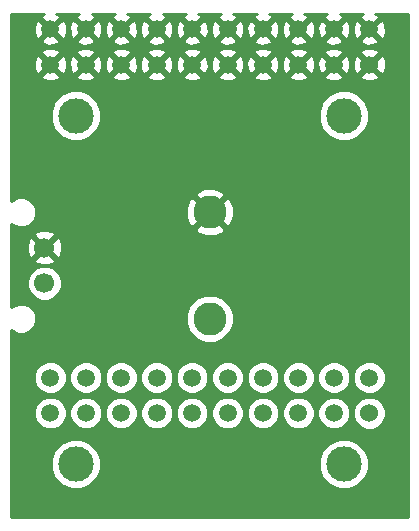
<source format=gbr>
G04 #@! TF.GenerationSoftware,KiCad,Pcbnew,(5.0.0)*
G04 #@! TF.CreationDate,2019-04-06T14:19:34-05:00*
G04 #@! TF.ProjectId,TemperaturePower,54656D7065726174757265506F776572,rev?*
G04 #@! TF.SameCoordinates,Original*
G04 #@! TF.FileFunction,Copper,L1,Top,Signal*
G04 #@! TF.FilePolarity,Positive*
%FSLAX46Y46*%
G04 Gerber Fmt 4.6, Leading zero omitted, Abs format (unit mm)*
G04 Created by KiCad (PCBNEW (5.0.0)) date 04/06/19 14:19:34*
%MOMM*%
%LPD*%
G01*
G04 APERTURE LIST*
G04 #@! TA.AperFunction,ComponentPad*
%ADD10C,1.524000*%
G04 #@! TD*
G04 #@! TA.AperFunction,ComponentPad*
%ADD11C,1.500000*%
G04 #@! TD*
G04 #@! TA.AperFunction,ComponentPad*
%ADD12C,3.000000*%
G04 #@! TD*
G04 #@! TA.AperFunction,ComponentPad*
%ADD13C,1.700000*%
G04 #@! TD*
G04 #@! TA.AperFunction,ComponentPad*
%ADD14C,2.800000*%
G04 #@! TD*
G04 #@! TA.AperFunction,Conductor*
%ADD15C,0.254000*%
G04 #@! TD*
G04 APERTURE END LIST*
D10*
G04 #@! TO.P,J1,1*
G04 #@! TO.N,VCC*
X148500000Y-101500000D03*
D11*
G04 #@! TO.P,J1,2*
X145500000Y-101500000D03*
G04 #@! TO.P,J1,3*
X142500000Y-101500000D03*
G04 #@! TO.P,J1,4*
X139500000Y-101500000D03*
G04 #@! TO.P,J1,5*
X136500000Y-101500000D03*
G04 #@! TO.P,J1,6*
X133500000Y-101500000D03*
G04 #@! TO.P,J1,7*
X130500000Y-101500000D03*
G04 #@! TO.P,J1,8*
X127500000Y-101500000D03*
G04 #@! TO.P,J1,9*
X124500000Y-101500000D03*
G04 #@! TO.P,J1,10*
X121500000Y-101500000D03*
G04 #@! TO.P,J1,11*
X148500000Y-98500000D03*
G04 #@! TO.P,J1,12*
X145500000Y-98500000D03*
G04 #@! TO.P,J1,13*
X142500000Y-98500000D03*
G04 #@! TO.P,J1,14*
X139500000Y-98500000D03*
G04 #@! TO.P,J1,15*
X136500000Y-98500000D03*
G04 #@! TO.P,J1,16*
X133500000Y-98500000D03*
G04 #@! TO.P,J1,17*
X130500000Y-98500000D03*
G04 #@! TO.P,J1,18*
X127500000Y-98500000D03*
G04 #@! TO.P,J1,19*
X124500000Y-98500000D03*
G04 #@! TO.P,J1,20*
X121500000Y-98500000D03*
D12*
G04 #@! TO.P,J1,*
G04 #@! TO.N,*
X146350000Y-105820000D03*
X123650000Y-105820000D03*
G04 #@! TD*
D13*
G04 #@! TO.P,J2,1*
G04 #@! TO.N,GND*
X121000000Y-120000000D03*
G04 #@! TO.P,J2,2*
G04 #@! TO.N,VCC*
X121000000Y-117000000D03*
G04 #@! TD*
D12*
G04 #@! TO.P,J3,*
G04 #@! TO.N,*
X123650000Y-135320000D03*
X146350000Y-135320000D03*
D11*
G04 #@! TO.P,J3,20*
G04 #@! TO.N,GND*
X121500000Y-128000000D03*
G04 #@! TO.P,J3,19*
X124500000Y-128000000D03*
G04 #@! TO.P,J3,18*
X127500000Y-128000000D03*
G04 #@! TO.P,J3,17*
X130500000Y-128000000D03*
G04 #@! TO.P,J3,16*
X133500000Y-128000000D03*
G04 #@! TO.P,J3,15*
X136500000Y-128000000D03*
G04 #@! TO.P,J3,14*
X139500000Y-128000000D03*
G04 #@! TO.P,J3,13*
X142500000Y-128000000D03*
G04 #@! TO.P,J3,12*
X145500000Y-128000000D03*
G04 #@! TO.P,J3,11*
X148500000Y-128000000D03*
G04 #@! TO.P,J3,10*
X121500000Y-131000000D03*
G04 #@! TO.P,J3,9*
X124500000Y-131000000D03*
G04 #@! TO.P,J3,8*
X127500000Y-131000000D03*
G04 #@! TO.P,J3,7*
X130500000Y-131000000D03*
G04 #@! TO.P,J3,6*
X133500000Y-131000000D03*
G04 #@! TO.P,J3,5*
X136500000Y-131000000D03*
G04 #@! TO.P,J3,4*
X139500000Y-131000000D03*
G04 #@! TO.P,J3,3*
X142500000Y-131000000D03*
G04 #@! TO.P,J3,2*
X145500000Y-131000000D03*
D10*
G04 #@! TO.P,J3,1*
X148500000Y-131000000D03*
G04 #@! TD*
D14*
G04 #@! TO.P,VCC,1*
G04 #@! TO.N,VCC*
X135000000Y-114000000D03*
G04 #@! TD*
G04 #@! TO.P,GND,1*
G04 #@! TO.N,GND*
X135000000Y-123000000D03*
G04 #@! TD*
D15*
G04 #@! TO.N,VCC*
G36*
X120776077Y-97287540D02*
X120708088Y-97528483D01*
X121500000Y-98320395D01*
X122291912Y-97528483D01*
X122223923Y-97287540D01*
X122006047Y-97210000D01*
X123963274Y-97210000D01*
X123776077Y-97287540D01*
X123708088Y-97528483D01*
X124500000Y-98320395D01*
X125291912Y-97528483D01*
X125223923Y-97287540D01*
X125006047Y-97210000D01*
X126963274Y-97210000D01*
X126776077Y-97287540D01*
X126708088Y-97528483D01*
X127500000Y-98320395D01*
X128291912Y-97528483D01*
X128223923Y-97287540D01*
X128006047Y-97210000D01*
X129963274Y-97210000D01*
X129776077Y-97287540D01*
X129708088Y-97528483D01*
X130500000Y-98320395D01*
X131291912Y-97528483D01*
X131223923Y-97287540D01*
X131006047Y-97210000D01*
X132963274Y-97210000D01*
X132776077Y-97287540D01*
X132708088Y-97528483D01*
X133500000Y-98320395D01*
X134291912Y-97528483D01*
X134223923Y-97287540D01*
X134006047Y-97210000D01*
X135963274Y-97210000D01*
X135776077Y-97287540D01*
X135708088Y-97528483D01*
X136500000Y-98320395D01*
X137291912Y-97528483D01*
X137223923Y-97287540D01*
X137006047Y-97210000D01*
X138963274Y-97210000D01*
X138776077Y-97287540D01*
X138708088Y-97528483D01*
X139500000Y-98320395D01*
X140291912Y-97528483D01*
X140223923Y-97287540D01*
X140006047Y-97210000D01*
X141963274Y-97210000D01*
X141776077Y-97287540D01*
X141708088Y-97528483D01*
X142500000Y-98320395D01*
X143291912Y-97528483D01*
X143223923Y-97287540D01*
X143006047Y-97210000D01*
X144963274Y-97210000D01*
X144776077Y-97287540D01*
X144708088Y-97528483D01*
X145500000Y-98320395D01*
X146291912Y-97528483D01*
X146223923Y-97287540D01*
X146006047Y-97210000D01*
X147963274Y-97210000D01*
X147776077Y-97287540D01*
X147708088Y-97528483D01*
X148500000Y-98320395D01*
X149291912Y-97528483D01*
X149223923Y-97287540D01*
X149006047Y-97210000D01*
X151790000Y-97210000D01*
X151790001Y-139790000D01*
X118210000Y-139790000D01*
X118210000Y-134895322D01*
X121515000Y-134895322D01*
X121515000Y-135744678D01*
X121840034Y-136529380D01*
X122440620Y-137129966D01*
X123225322Y-137455000D01*
X124074678Y-137455000D01*
X124859380Y-137129966D01*
X125459966Y-136529380D01*
X125785000Y-135744678D01*
X125785000Y-134895322D01*
X144215000Y-134895322D01*
X144215000Y-135744678D01*
X144540034Y-136529380D01*
X145140620Y-137129966D01*
X145925322Y-137455000D01*
X146774678Y-137455000D01*
X147559380Y-137129966D01*
X148159966Y-136529380D01*
X148485000Y-135744678D01*
X148485000Y-134895322D01*
X148159966Y-134110620D01*
X147559380Y-133510034D01*
X146774678Y-133185000D01*
X145925322Y-133185000D01*
X145140620Y-133510034D01*
X144540034Y-134110620D01*
X144215000Y-134895322D01*
X125785000Y-134895322D01*
X125459966Y-134110620D01*
X124859380Y-133510034D01*
X124074678Y-133185000D01*
X123225322Y-133185000D01*
X122440620Y-133510034D01*
X121840034Y-134110620D01*
X121515000Y-134895322D01*
X118210000Y-134895322D01*
X118210000Y-130724506D01*
X120115000Y-130724506D01*
X120115000Y-131275494D01*
X120325853Y-131784540D01*
X120715460Y-132174147D01*
X121224506Y-132385000D01*
X121775494Y-132385000D01*
X122284540Y-132174147D01*
X122674147Y-131784540D01*
X122885000Y-131275494D01*
X122885000Y-130724506D01*
X123115000Y-130724506D01*
X123115000Y-131275494D01*
X123325853Y-131784540D01*
X123715460Y-132174147D01*
X124224506Y-132385000D01*
X124775494Y-132385000D01*
X125284540Y-132174147D01*
X125674147Y-131784540D01*
X125885000Y-131275494D01*
X125885000Y-130724506D01*
X126115000Y-130724506D01*
X126115000Y-131275494D01*
X126325853Y-131784540D01*
X126715460Y-132174147D01*
X127224506Y-132385000D01*
X127775494Y-132385000D01*
X128284540Y-132174147D01*
X128674147Y-131784540D01*
X128885000Y-131275494D01*
X128885000Y-130724506D01*
X129115000Y-130724506D01*
X129115000Y-131275494D01*
X129325853Y-131784540D01*
X129715460Y-132174147D01*
X130224506Y-132385000D01*
X130775494Y-132385000D01*
X131284540Y-132174147D01*
X131674147Y-131784540D01*
X131885000Y-131275494D01*
X131885000Y-130724506D01*
X132115000Y-130724506D01*
X132115000Y-131275494D01*
X132325853Y-131784540D01*
X132715460Y-132174147D01*
X133224506Y-132385000D01*
X133775494Y-132385000D01*
X134284540Y-132174147D01*
X134674147Y-131784540D01*
X134885000Y-131275494D01*
X134885000Y-130724506D01*
X135115000Y-130724506D01*
X135115000Y-131275494D01*
X135325853Y-131784540D01*
X135715460Y-132174147D01*
X136224506Y-132385000D01*
X136775494Y-132385000D01*
X137284540Y-132174147D01*
X137674147Y-131784540D01*
X137885000Y-131275494D01*
X137885000Y-130724506D01*
X138115000Y-130724506D01*
X138115000Y-131275494D01*
X138325853Y-131784540D01*
X138715460Y-132174147D01*
X139224506Y-132385000D01*
X139775494Y-132385000D01*
X140284540Y-132174147D01*
X140674147Y-131784540D01*
X140885000Y-131275494D01*
X140885000Y-130724506D01*
X141115000Y-130724506D01*
X141115000Y-131275494D01*
X141325853Y-131784540D01*
X141715460Y-132174147D01*
X142224506Y-132385000D01*
X142775494Y-132385000D01*
X143284540Y-132174147D01*
X143674147Y-131784540D01*
X143885000Y-131275494D01*
X143885000Y-130724506D01*
X144115000Y-130724506D01*
X144115000Y-131275494D01*
X144325853Y-131784540D01*
X144715460Y-132174147D01*
X145224506Y-132385000D01*
X145775494Y-132385000D01*
X146284540Y-132174147D01*
X146674147Y-131784540D01*
X146885000Y-131275494D01*
X146885000Y-130724506D01*
X146884012Y-130722119D01*
X147103000Y-130722119D01*
X147103000Y-131277881D01*
X147315680Y-131791337D01*
X147708663Y-132184320D01*
X148222119Y-132397000D01*
X148777881Y-132397000D01*
X149291337Y-132184320D01*
X149684320Y-131791337D01*
X149897000Y-131277881D01*
X149897000Y-130722119D01*
X149684320Y-130208663D01*
X149291337Y-129815680D01*
X148777881Y-129603000D01*
X148222119Y-129603000D01*
X147708663Y-129815680D01*
X147315680Y-130208663D01*
X147103000Y-130722119D01*
X146884012Y-130722119D01*
X146674147Y-130215460D01*
X146284540Y-129825853D01*
X145775494Y-129615000D01*
X145224506Y-129615000D01*
X144715460Y-129825853D01*
X144325853Y-130215460D01*
X144115000Y-130724506D01*
X143885000Y-130724506D01*
X143674147Y-130215460D01*
X143284540Y-129825853D01*
X142775494Y-129615000D01*
X142224506Y-129615000D01*
X141715460Y-129825853D01*
X141325853Y-130215460D01*
X141115000Y-130724506D01*
X140885000Y-130724506D01*
X140674147Y-130215460D01*
X140284540Y-129825853D01*
X139775494Y-129615000D01*
X139224506Y-129615000D01*
X138715460Y-129825853D01*
X138325853Y-130215460D01*
X138115000Y-130724506D01*
X137885000Y-130724506D01*
X137674147Y-130215460D01*
X137284540Y-129825853D01*
X136775494Y-129615000D01*
X136224506Y-129615000D01*
X135715460Y-129825853D01*
X135325853Y-130215460D01*
X135115000Y-130724506D01*
X134885000Y-130724506D01*
X134674147Y-130215460D01*
X134284540Y-129825853D01*
X133775494Y-129615000D01*
X133224506Y-129615000D01*
X132715460Y-129825853D01*
X132325853Y-130215460D01*
X132115000Y-130724506D01*
X131885000Y-130724506D01*
X131674147Y-130215460D01*
X131284540Y-129825853D01*
X130775494Y-129615000D01*
X130224506Y-129615000D01*
X129715460Y-129825853D01*
X129325853Y-130215460D01*
X129115000Y-130724506D01*
X128885000Y-130724506D01*
X128674147Y-130215460D01*
X128284540Y-129825853D01*
X127775494Y-129615000D01*
X127224506Y-129615000D01*
X126715460Y-129825853D01*
X126325853Y-130215460D01*
X126115000Y-130724506D01*
X125885000Y-130724506D01*
X125674147Y-130215460D01*
X125284540Y-129825853D01*
X124775494Y-129615000D01*
X124224506Y-129615000D01*
X123715460Y-129825853D01*
X123325853Y-130215460D01*
X123115000Y-130724506D01*
X122885000Y-130724506D01*
X122674147Y-130215460D01*
X122284540Y-129825853D01*
X121775494Y-129615000D01*
X121224506Y-129615000D01*
X120715460Y-129825853D01*
X120325853Y-130215460D01*
X120115000Y-130724506D01*
X118210000Y-130724506D01*
X118210000Y-127724506D01*
X120115000Y-127724506D01*
X120115000Y-128275494D01*
X120325853Y-128784540D01*
X120715460Y-129174147D01*
X121224506Y-129385000D01*
X121775494Y-129385000D01*
X122284540Y-129174147D01*
X122674147Y-128784540D01*
X122885000Y-128275494D01*
X122885000Y-127724506D01*
X123115000Y-127724506D01*
X123115000Y-128275494D01*
X123325853Y-128784540D01*
X123715460Y-129174147D01*
X124224506Y-129385000D01*
X124775494Y-129385000D01*
X125284540Y-129174147D01*
X125674147Y-128784540D01*
X125885000Y-128275494D01*
X125885000Y-127724506D01*
X126115000Y-127724506D01*
X126115000Y-128275494D01*
X126325853Y-128784540D01*
X126715460Y-129174147D01*
X127224506Y-129385000D01*
X127775494Y-129385000D01*
X128284540Y-129174147D01*
X128674147Y-128784540D01*
X128885000Y-128275494D01*
X128885000Y-127724506D01*
X129115000Y-127724506D01*
X129115000Y-128275494D01*
X129325853Y-128784540D01*
X129715460Y-129174147D01*
X130224506Y-129385000D01*
X130775494Y-129385000D01*
X131284540Y-129174147D01*
X131674147Y-128784540D01*
X131885000Y-128275494D01*
X131885000Y-127724506D01*
X132115000Y-127724506D01*
X132115000Y-128275494D01*
X132325853Y-128784540D01*
X132715460Y-129174147D01*
X133224506Y-129385000D01*
X133775494Y-129385000D01*
X134284540Y-129174147D01*
X134674147Y-128784540D01*
X134885000Y-128275494D01*
X134885000Y-127724506D01*
X135115000Y-127724506D01*
X135115000Y-128275494D01*
X135325853Y-128784540D01*
X135715460Y-129174147D01*
X136224506Y-129385000D01*
X136775494Y-129385000D01*
X137284540Y-129174147D01*
X137674147Y-128784540D01*
X137885000Y-128275494D01*
X137885000Y-127724506D01*
X138115000Y-127724506D01*
X138115000Y-128275494D01*
X138325853Y-128784540D01*
X138715460Y-129174147D01*
X139224506Y-129385000D01*
X139775494Y-129385000D01*
X140284540Y-129174147D01*
X140674147Y-128784540D01*
X140885000Y-128275494D01*
X140885000Y-127724506D01*
X141115000Y-127724506D01*
X141115000Y-128275494D01*
X141325853Y-128784540D01*
X141715460Y-129174147D01*
X142224506Y-129385000D01*
X142775494Y-129385000D01*
X143284540Y-129174147D01*
X143674147Y-128784540D01*
X143885000Y-128275494D01*
X143885000Y-127724506D01*
X144115000Y-127724506D01*
X144115000Y-128275494D01*
X144325853Y-128784540D01*
X144715460Y-129174147D01*
X145224506Y-129385000D01*
X145775494Y-129385000D01*
X146284540Y-129174147D01*
X146674147Y-128784540D01*
X146885000Y-128275494D01*
X146885000Y-127724506D01*
X147115000Y-127724506D01*
X147115000Y-128275494D01*
X147325853Y-128784540D01*
X147715460Y-129174147D01*
X148224506Y-129385000D01*
X148775494Y-129385000D01*
X149284540Y-129174147D01*
X149674147Y-128784540D01*
X149885000Y-128275494D01*
X149885000Y-127724506D01*
X149674147Y-127215460D01*
X149284540Y-126825853D01*
X148775494Y-126615000D01*
X148224506Y-126615000D01*
X147715460Y-126825853D01*
X147325853Y-127215460D01*
X147115000Y-127724506D01*
X146885000Y-127724506D01*
X146674147Y-127215460D01*
X146284540Y-126825853D01*
X145775494Y-126615000D01*
X145224506Y-126615000D01*
X144715460Y-126825853D01*
X144325853Y-127215460D01*
X144115000Y-127724506D01*
X143885000Y-127724506D01*
X143674147Y-127215460D01*
X143284540Y-126825853D01*
X142775494Y-126615000D01*
X142224506Y-126615000D01*
X141715460Y-126825853D01*
X141325853Y-127215460D01*
X141115000Y-127724506D01*
X140885000Y-127724506D01*
X140674147Y-127215460D01*
X140284540Y-126825853D01*
X139775494Y-126615000D01*
X139224506Y-126615000D01*
X138715460Y-126825853D01*
X138325853Y-127215460D01*
X138115000Y-127724506D01*
X137885000Y-127724506D01*
X137674147Y-127215460D01*
X137284540Y-126825853D01*
X136775494Y-126615000D01*
X136224506Y-126615000D01*
X135715460Y-126825853D01*
X135325853Y-127215460D01*
X135115000Y-127724506D01*
X134885000Y-127724506D01*
X134674147Y-127215460D01*
X134284540Y-126825853D01*
X133775494Y-126615000D01*
X133224506Y-126615000D01*
X132715460Y-126825853D01*
X132325853Y-127215460D01*
X132115000Y-127724506D01*
X131885000Y-127724506D01*
X131674147Y-127215460D01*
X131284540Y-126825853D01*
X130775494Y-126615000D01*
X130224506Y-126615000D01*
X129715460Y-126825853D01*
X129325853Y-127215460D01*
X129115000Y-127724506D01*
X128885000Y-127724506D01*
X128674147Y-127215460D01*
X128284540Y-126825853D01*
X127775494Y-126615000D01*
X127224506Y-126615000D01*
X126715460Y-126825853D01*
X126325853Y-127215460D01*
X126115000Y-127724506D01*
X125885000Y-127724506D01*
X125674147Y-127215460D01*
X125284540Y-126825853D01*
X124775494Y-126615000D01*
X124224506Y-126615000D01*
X123715460Y-126825853D01*
X123325853Y-127215460D01*
X123115000Y-127724506D01*
X122885000Y-127724506D01*
X122674147Y-127215460D01*
X122284540Y-126825853D01*
X121775494Y-126615000D01*
X121224506Y-126615000D01*
X120715460Y-126825853D01*
X120325853Y-127215460D01*
X120115000Y-127724506D01*
X118210000Y-127724506D01*
X118210000Y-123966051D01*
X118320603Y-124076654D01*
X118787381Y-124270000D01*
X119292619Y-124270000D01*
X119759397Y-124076654D01*
X120116654Y-123719397D01*
X120310000Y-123252619D01*
X120310000Y-122747381D01*
X120246970Y-122595213D01*
X132965000Y-122595213D01*
X132965000Y-123404787D01*
X133274810Y-124152735D01*
X133847265Y-124725190D01*
X134595213Y-125035000D01*
X135404787Y-125035000D01*
X136152735Y-124725190D01*
X136725190Y-124152735D01*
X137035000Y-123404787D01*
X137035000Y-122595213D01*
X136725190Y-121847265D01*
X136152735Y-121274810D01*
X135404787Y-120965000D01*
X134595213Y-120965000D01*
X133847265Y-121274810D01*
X133274810Y-121847265D01*
X132965000Y-122595213D01*
X120246970Y-122595213D01*
X120116654Y-122280603D01*
X119759397Y-121923346D01*
X119292619Y-121730000D01*
X118787381Y-121730000D01*
X118320603Y-121923346D01*
X118210000Y-122033949D01*
X118210000Y-119704615D01*
X119515000Y-119704615D01*
X119515000Y-120295385D01*
X119741078Y-120841185D01*
X120158815Y-121258922D01*
X120704615Y-121485000D01*
X121295385Y-121485000D01*
X121841185Y-121258922D01*
X122258922Y-120841185D01*
X122485000Y-120295385D01*
X122485000Y-119704615D01*
X122258922Y-119158815D01*
X121841185Y-118741078D01*
X121295385Y-118515000D01*
X120704615Y-118515000D01*
X120158815Y-118741078D01*
X119741078Y-119158815D01*
X119515000Y-119704615D01*
X118210000Y-119704615D01*
X118210000Y-118043958D01*
X120135647Y-118043958D01*
X120215920Y-118295259D01*
X120771279Y-118496718D01*
X121361458Y-118470315D01*
X121784080Y-118295259D01*
X121864353Y-118043958D01*
X121000000Y-117179605D01*
X120135647Y-118043958D01*
X118210000Y-118043958D01*
X118210000Y-116771279D01*
X119503282Y-116771279D01*
X119529685Y-117361458D01*
X119704741Y-117784080D01*
X119956042Y-117864353D01*
X120820395Y-117000000D01*
X121179605Y-117000000D01*
X122043958Y-117864353D01*
X122295259Y-117784080D01*
X122496718Y-117228721D01*
X122470315Y-116638542D01*
X122295259Y-116215920D01*
X122043958Y-116135647D01*
X121179605Y-117000000D01*
X120820395Y-117000000D01*
X119956042Y-116135647D01*
X119704741Y-116215920D01*
X119503282Y-116771279D01*
X118210000Y-116771279D01*
X118210000Y-115956042D01*
X120135647Y-115956042D01*
X121000000Y-116820395D01*
X121864353Y-115956042D01*
X121784080Y-115704741D01*
X121228721Y-115503282D01*
X120638542Y-115529685D01*
X120215920Y-115704741D01*
X120135647Y-115956042D01*
X118210000Y-115956042D01*
X118210000Y-115441724D01*
X133737882Y-115441724D01*
X133885455Y-115750106D01*
X134640031Y-116043405D01*
X135449409Y-116025614D01*
X136114545Y-115750106D01*
X136262118Y-115441724D01*
X135000000Y-114179605D01*
X133737882Y-115441724D01*
X118210000Y-115441724D01*
X118210000Y-114966051D01*
X118320603Y-115076654D01*
X118787381Y-115270000D01*
X119292619Y-115270000D01*
X119759397Y-115076654D01*
X120116654Y-114719397D01*
X120310000Y-114252619D01*
X120310000Y-113747381D01*
X120265535Y-113640031D01*
X132956595Y-113640031D01*
X132974386Y-114449409D01*
X133249894Y-115114545D01*
X133558276Y-115262118D01*
X134820395Y-114000000D01*
X135179605Y-114000000D01*
X136441724Y-115262118D01*
X136750106Y-115114545D01*
X137043405Y-114359969D01*
X137025614Y-113550591D01*
X136750106Y-112885455D01*
X136441724Y-112737882D01*
X135179605Y-114000000D01*
X134820395Y-114000000D01*
X133558276Y-112737882D01*
X133249894Y-112885455D01*
X132956595Y-113640031D01*
X120265535Y-113640031D01*
X120116654Y-113280603D01*
X119759397Y-112923346D01*
X119292619Y-112730000D01*
X118787381Y-112730000D01*
X118320603Y-112923346D01*
X118210000Y-113033949D01*
X118210000Y-112558276D01*
X133737882Y-112558276D01*
X135000000Y-113820395D01*
X136262118Y-112558276D01*
X136114545Y-112249894D01*
X135359969Y-111956595D01*
X134550591Y-111974386D01*
X133885455Y-112249894D01*
X133737882Y-112558276D01*
X118210000Y-112558276D01*
X118210000Y-105395322D01*
X121515000Y-105395322D01*
X121515000Y-106244678D01*
X121840034Y-107029380D01*
X122440620Y-107629966D01*
X123225322Y-107955000D01*
X124074678Y-107955000D01*
X124859380Y-107629966D01*
X125459966Y-107029380D01*
X125785000Y-106244678D01*
X125785000Y-105395322D01*
X144215000Y-105395322D01*
X144215000Y-106244678D01*
X144540034Y-107029380D01*
X145140620Y-107629966D01*
X145925322Y-107955000D01*
X146774678Y-107955000D01*
X147559380Y-107629966D01*
X148159966Y-107029380D01*
X148485000Y-106244678D01*
X148485000Y-105395322D01*
X148159966Y-104610620D01*
X147559380Y-104010034D01*
X146774678Y-103685000D01*
X145925322Y-103685000D01*
X145140620Y-104010034D01*
X144540034Y-104610620D01*
X144215000Y-105395322D01*
X125785000Y-105395322D01*
X125459966Y-104610620D01*
X124859380Y-104010034D01*
X124074678Y-103685000D01*
X123225322Y-103685000D01*
X122440620Y-104010034D01*
X121840034Y-104610620D01*
X121515000Y-105395322D01*
X118210000Y-105395322D01*
X118210000Y-102471517D01*
X120708088Y-102471517D01*
X120776077Y-102712460D01*
X121295171Y-102897201D01*
X121845448Y-102869230D01*
X122223923Y-102712460D01*
X122291912Y-102471517D01*
X123708088Y-102471517D01*
X123776077Y-102712460D01*
X124295171Y-102897201D01*
X124845448Y-102869230D01*
X125223923Y-102712460D01*
X125291912Y-102471517D01*
X126708088Y-102471517D01*
X126776077Y-102712460D01*
X127295171Y-102897201D01*
X127845448Y-102869230D01*
X128223923Y-102712460D01*
X128291912Y-102471517D01*
X129708088Y-102471517D01*
X129776077Y-102712460D01*
X130295171Y-102897201D01*
X130845448Y-102869230D01*
X131223923Y-102712460D01*
X131291912Y-102471517D01*
X132708088Y-102471517D01*
X132776077Y-102712460D01*
X133295171Y-102897201D01*
X133845448Y-102869230D01*
X134223923Y-102712460D01*
X134291912Y-102471517D01*
X135708088Y-102471517D01*
X135776077Y-102712460D01*
X136295171Y-102897201D01*
X136845448Y-102869230D01*
X137223923Y-102712460D01*
X137291912Y-102471517D01*
X138708088Y-102471517D01*
X138776077Y-102712460D01*
X139295171Y-102897201D01*
X139845448Y-102869230D01*
X140223923Y-102712460D01*
X140291912Y-102471517D01*
X141708088Y-102471517D01*
X141776077Y-102712460D01*
X142295171Y-102897201D01*
X142845448Y-102869230D01*
X143223923Y-102712460D01*
X143291912Y-102471517D01*
X144708088Y-102471517D01*
X144776077Y-102712460D01*
X145295171Y-102897201D01*
X145845448Y-102869230D01*
X146223923Y-102712460D01*
X146289458Y-102480213D01*
X147699392Y-102480213D01*
X147768857Y-102722397D01*
X148292302Y-102909144D01*
X148847368Y-102881362D01*
X149231143Y-102722397D01*
X149300608Y-102480213D01*
X148500000Y-101679605D01*
X147699392Y-102480213D01*
X146289458Y-102480213D01*
X146291912Y-102471517D01*
X145500000Y-101679605D01*
X144708088Y-102471517D01*
X143291912Y-102471517D01*
X142500000Y-101679605D01*
X141708088Y-102471517D01*
X140291912Y-102471517D01*
X139500000Y-101679605D01*
X138708088Y-102471517D01*
X137291912Y-102471517D01*
X136500000Y-101679605D01*
X135708088Y-102471517D01*
X134291912Y-102471517D01*
X133500000Y-101679605D01*
X132708088Y-102471517D01*
X131291912Y-102471517D01*
X130500000Y-101679605D01*
X129708088Y-102471517D01*
X128291912Y-102471517D01*
X127500000Y-101679605D01*
X126708088Y-102471517D01*
X125291912Y-102471517D01*
X124500000Y-101679605D01*
X123708088Y-102471517D01*
X122291912Y-102471517D01*
X121500000Y-101679605D01*
X120708088Y-102471517D01*
X118210000Y-102471517D01*
X118210000Y-101295171D01*
X120102799Y-101295171D01*
X120130770Y-101845448D01*
X120287540Y-102223923D01*
X120528483Y-102291912D01*
X121320395Y-101500000D01*
X121679605Y-101500000D01*
X122471517Y-102291912D01*
X122712460Y-102223923D01*
X122897201Y-101704829D01*
X122876378Y-101295171D01*
X123102799Y-101295171D01*
X123130770Y-101845448D01*
X123287540Y-102223923D01*
X123528483Y-102291912D01*
X124320395Y-101500000D01*
X124679605Y-101500000D01*
X125471517Y-102291912D01*
X125712460Y-102223923D01*
X125897201Y-101704829D01*
X125876378Y-101295171D01*
X126102799Y-101295171D01*
X126130770Y-101845448D01*
X126287540Y-102223923D01*
X126528483Y-102291912D01*
X127320395Y-101500000D01*
X127679605Y-101500000D01*
X128471517Y-102291912D01*
X128712460Y-102223923D01*
X128897201Y-101704829D01*
X128876378Y-101295171D01*
X129102799Y-101295171D01*
X129130770Y-101845448D01*
X129287540Y-102223923D01*
X129528483Y-102291912D01*
X130320395Y-101500000D01*
X130679605Y-101500000D01*
X131471517Y-102291912D01*
X131712460Y-102223923D01*
X131897201Y-101704829D01*
X131876378Y-101295171D01*
X132102799Y-101295171D01*
X132130770Y-101845448D01*
X132287540Y-102223923D01*
X132528483Y-102291912D01*
X133320395Y-101500000D01*
X133679605Y-101500000D01*
X134471517Y-102291912D01*
X134712460Y-102223923D01*
X134897201Y-101704829D01*
X134876378Y-101295171D01*
X135102799Y-101295171D01*
X135130770Y-101845448D01*
X135287540Y-102223923D01*
X135528483Y-102291912D01*
X136320395Y-101500000D01*
X136679605Y-101500000D01*
X137471517Y-102291912D01*
X137712460Y-102223923D01*
X137897201Y-101704829D01*
X137876378Y-101295171D01*
X138102799Y-101295171D01*
X138130770Y-101845448D01*
X138287540Y-102223923D01*
X138528483Y-102291912D01*
X139320395Y-101500000D01*
X139679605Y-101500000D01*
X140471517Y-102291912D01*
X140712460Y-102223923D01*
X140897201Y-101704829D01*
X140876378Y-101295171D01*
X141102799Y-101295171D01*
X141130770Y-101845448D01*
X141287540Y-102223923D01*
X141528483Y-102291912D01*
X142320395Y-101500000D01*
X142679605Y-101500000D01*
X143471517Y-102291912D01*
X143712460Y-102223923D01*
X143897201Y-101704829D01*
X143876378Y-101295171D01*
X144102799Y-101295171D01*
X144130770Y-101845448D01*
X144287540Y-102223923D01*
X144528483Y-102291912D01*
X145320395Y-101500000D01*
X145679605Y-101500000D01*
X146471517Y-102291912D01*
X146712460Y-102223923D01*
X146897201Y-101704829D01*
X146876232Y-101292302D01*
X147090856Y-101292302D01*
X147118638Y-101847368D01*
X147277603Y-102231143D01*
X147519787Y-102300608D01*
X148320395Y-101500000D01*
X148679605Y-101500000D01*
X149480213Y-102300608D01*
X149722397Y-102231143D01*
X149909144Y-101707698D01*
X149881362Y-101152632D01*
X149722397Y-100768857D01*
X149480213Y-100699392D01*
X148679605Y-101500000D01*
X148320395Y-101500000D01*
X147519787Y-100699392D01*
X147277603Y-100768857D01*
X147090856Y-101292302D01*
X146876232Y-101292302D01*
X146869230Y-101154552D01*
X146712460Y-100776077D01*
X146471517Y-100708088D01*
X145679605Y-101500000D01*
X145320395Y-101500000D01*
X144528483Y-100708088D01*
X144287540Y-100776077D01*
X144102799Y-101295171D01*
X143876378Y-101295171D01*
X143869230Y-101154552D01*
X143712460Y-100776077D01*
X143471517Y-100708088D01*
X142679605Y-101500000D01*
X142320395Y-101500000D01*
X141528483Y-100708088D01*
X141287540Y-100776077D01*
X141102799Y-101295171D01*
X140876378Y-101295171D01*
X140869230Y-101154552D01*
X140712460Y-100776077D01*
X140471517Y-100708088D01*
X139679605Y-101500000D01*
X139320395Y-101500000D01*
X138528483Y-100708088D01*
X138287540Y-100776077D01*
X138102799Y-101295171D01*
X137876378Y-101295171D01*
X137869230Y-101154552D01*
X137712460Y-100776077D01*
X137471517Y-100708088D01*
X136679605Y-101500000D01*
X136320395Y-101500000D01*
X135528483Y-100708088D01*
X135287540Y-100776077D01*
X135102799Y-101295171D01*
X134876378Y-101295171D01*
X134869230Y-101154552D01*
X134712460Y-100776077D01*
X134471517Y-100708088D01*
X133679605Y-101500000D01*
X133320395Y-101500000D01*
X132528483Y-100708088D01*
X132287540Y-100776077D01*
X132102799Y-101295171D01*
X131876378Y-101295171D01*
X131869230Y-101154552D01*
X131712460Y-100776077D01*
X131471517Y-100708088D01*
X130679605Y-101500000D01*
X130320395Y-101500000D01*
X129528483Y-100708088D01*
X129287540Y-100776077D01*
X129102799Y-101295171D01*
X128876378Y-101295171D01*
X128869230Y-101154552D01*
X128712460Y-100776077D01*
X128471517Y-100708088D01*
X127679605Y-101500000D01*
X127320395Y-101500000D01*
X126528483Y-100708088D01*
X126287540Y-100776077D01*
X126102799Y-101295171D01*
X125876378Y-101295171D01*
X125869230Y-101154552D01*
X125712460Y-100776077D01*
X125471517Y-100708088D01*
X124679605Y-101500000D01*
X124320395Y-101500000D01*
X123528483Y-100708088D01*
X123287540Y-100776077D01*
X123102799Y-101295171D01*
X122876378Y-101295171D01*
X122869230Y-101154552D01*
X122712460Y-100776077D01*
X122471517Y-100708088D01*
X121679605Y-101500000D01*
X121320395Y-101500000D01*
X120528483Y-100708088D01*
X120287540Y-100776077D01*
X120102799Y-101295171D01*
X118210000Y-101295171D01*
X118210000Y-100528483D01*
X120708088Y-100528483D01*
X121500000Y-101320395D01*
X122291912Y-100528483D01*
X123708088Y-100528483D01*
X124500000Y-101320395D01*
X125291912Y-100528483D01*
X126708088Y-100528483D01*
X127500000Y-101320395D01*
X128291912Y-100528483D01*
X129708088Y-100528483D01*
X130500000Y-101320395D01*
X131291912Y-100528483D01*
X132708088Y-100528483D01*
X133500000Y-101320395D01*
X134291912Y-100528483D01*
X135708088Y-100528483D01*
X136500000Y-101320395D01*
X137291912Y-100528483D01*
X138708088Y-100528483D01*
X139500000Y-101320395D01*
X140291912Y-100528483D01*
X141708088Y-100528483D01*
X142500000Y-101320395D01*
X143291912Y-100528483D01*
X144708088Y-100528483D01*
X145500000Y-101320395D01*
X146291912Y-100528483D01*
X146289459Y-100519787D01*
X147699392Y-100519787D01*
X148500000Y-101320395D01*
X149300608Y-100519787D01*
X149231143Y-100277603D01*
X148707698Y-100090856D01*
X148152632Y-100118638D01*
X147768857Y-100277603D01*
X147699392Y-100519787D01*
X146289459Y-100519787D01*
X146223923Y-100287540D01*
X145704829Y-100102799D01*
X145154552Y-100130770D01*
X144776077Y-100287540D01*
X144708088Y-100528483D01*
X143291912Y-100528483D01*
X143223923Y-100287540D01*
X142704829Y-100102799D01*
X142154552Y-100130770D01*
X141776077Y-100287540D01*
X141708088Y-100528483D01*
X140291912Y-100528483D01*
X140223923Y-100287540D01*
X139704829Y-100102799D01*
X139154552Y-100130770D01*
X138776077Y-100287540D01*
X138708088Y-100528483D01*
X137291912Y-100528483D01*
X137223923Y-100287540D01*
X136704829Y-100102799D01*
X136154552Y-100130770D01*
X135776077Y-100287540D01*
X135708088Y-100528483D01*
X134291912Y-100528483D01*
X134223923Y-100287540D01*
X133704829Y-100102799D01*
X133154552Y-100130770D01*
X132776077Y-100287540D01*
X132708088Y-100528483D01*
X131291912Y-100528483D01*
X131223923Y-100287540D01*
X130704829Y-100102799D01*
X130154552Y-100130770D01*
X129776077Y-100287540D01*
X129708088Y-100528483D01*
X128291912Y-100528483D01*
X128223923Y-100287540D01*
X127704829Y-100102799D01*
X127154552Y-100130770D01*
X126776077Y-100287540D01*
X126708088Y-100528483D01*
X125291912Y-100528483D01*
X125223923Y-100287540D01*
X124704829Y-100102799D01*
X124154552Y-100130770D01*
X123776077Y-100287540D01*
X123708088Y-100528483D01*
X122291912Y-100528483D01*
X122223923Y-100287540D01*
X121704829Y-100102799D01*
X121154552Y-100130770D01*
X120776077Y-100287540D01*
X120708088Y-100528483D01*
X118210000Y-100528483D01*
X118210000Y-99471517D01*
X120708088Y-99471517D01*
X120776077Y-99712460D01*
X121295171Y-99897201D01*
X121845448Y-99869230D01*
X122223923Y-99712460D01*
X122291912Y-99471517D01*
X123708088Y-99471517D01*
X123776077Y-99712460D01*
X124295171Y-99897201D01*
X124845448Y-99869230D01*
X125223923Y-99712460D01*
X125291912Y-99471517D01*
X126708088Y-99471517D01*
X126776077Y-99712460D01*
X127295171Y-99897201D01*
X127845448Y-99869230D01*
X128223923Y-99712460D01*
X128291912Y-99471517D01*
X129708088Y-99471517D01*
X129776077Y-99712460D01*
X130295171Y-99897201D01*
X130845448Y-99869230D01*
X131223923Y-99712460D01*
X131291912Y-99471517D01*
X132708088Y-99471517D01*
X132776077Y-99712460D01*
X133295171Y-99897201D01*
X133845448Y-99869230D01*
X134223923Y-99712460D01*
X134291912Y-99471517D01*
X135708088Y-99471517D01*
X135776077Y-99712460D01*
X136295171Y-99897201D01*
X136845448Y-99869230D01*
X137223923Y-99712460D01*
X137291912Y-99471517D01*
X138708088Y-99471517D01*
X138776077Y-99712460D01*
X139295171Y-99897201D01*
X139845448Y-99869230D01*
X140223923Y-99712460D01*
X140291912Y-99471517D01*
X141708088Y-99471517D01*
X141776077Y-99712460D01*
X142295171Y-99897201D01*
X142845448Y-99869230D01*
X143223923Y-99712460D01*
X143291912Y-99471517D01*
X144708088Y-99471517D01*
X144776077Y-99712460D01*
X145295171Y-99897201D01*
X145845448Y-99869230D01*
X146223923Y-99712460D01*
X146291912Y-99471517D01*
X147708088Y-99471517D01*
X147776077Y-99712460D01*
X148295171Y-99897201D01*
X148845448Y-99869230D01*
X149223923Y-99712460D01*
X149291912Y-99471517D01*
X148500000Y-98679605D01*
X147708088Y-99471517D01*
X146291912Y-99471517D01*
X145500000Y-98679605D01*
X144708088Y-99471517D01*
X143291912Y-99471517D01*
X142500000Y-98679605D01*
X141708088Y-99471517D01*
X140291912Y-99471517D01*
X139500000Y-98679605D01*
X138708088Y-99471517D01*
X137291912Y-99471517D01*
X136500000Y-98679605D01*
X135708088Y-99471517D01*
X134291912Y-99471517D01*
X133500000Y-98679605D01*
X132708088Y-99471517D01*
X131291912Y-99471517D01*
X130500000Y-98679605D01*
X129708088Y-99471517D01*
X128291912Y-99471517D01*
X127500000Y-98679605D01*
X126708088Y-99471517D01*
X125291912Y-99471517D01*
X124500000Y-98679605D01*
X123708088Y-99471517D01*
X122291912Y-99471517D01*
X121500000Y-98679605D01*
X120708088Y-99471517D01*
X118210000Y-99471517D01*
X118210000Y-98295171D01*
X120102799Y-98295171D01*
X120130770Y-98845448D01*
X120287540Y-99223923D01*
X120528483Y-99291912D01*
X121320395Y-98500000D01*
X121679605Y-98500000D01*
X122471517Y-99291912D01*
X122712460Y-99223923D01*
X122897201Y-98704829D01*
X122876378Y-98295171D01*
X123102799Y-98295171D01*
X123130770Y-98845448D01*
X123287540Y-99223923D01*
X123528483Y-99291912D01*
X124320395Y-98500000D01*
X124679605Y-98500000D01*
X125471517Y-99291912D01*
X125712460Y-99223923D01*
X125897201Y-98704829D01*
X125876378Y-98295171D01*
X126102799Y-98295171D01*
X126130770Y-98845448D01*
X126287540Y-99223923D01*
X126528483Y-99291912D01*
X127320395Y-98500000D01*
X127679605Y-98500000D01*
X128471517Y-99291912D01*
X128712460Y-99223923D01*
X128897201Y-98704829D01*
X128876378Y-98295171D01*
X129102799Y-98295171D01*
X129130770Y-98845448D01*
X129287540Y-99223923D01*
X129528483Y-99291912D01*
X130320395Y-98500000D01*
X130679605Y-98500000D01*
X131471517Y-99291912D01*
X131712460Y-99223923D01*
X131897201Y-98704829D01*
X131876378Y-98295171D01*
X132102799Y-98295171D01*
X132130770Y-98845448D01*
X132287540Y-99223923D01*
X132528483Y-99291912D01*
X133320395Y-98500000D01*
X133679605Y-98500000D01*
X134471517Y-99291912D01*
X134712460Y-99223923D01*
X134897201Y-98704829D01*
X134876378Y-98295171D01*
X135102799Y-98295171D01*
X135130770Y-98845448D01*
X135287540Y-99223923D01*
X135528483Y-99291912D01*
X136320395Y-98500000D01*
X136679605Y-98500000D01*
X137471517Y-99291912D01*
X137712460Y-99223923D01*
X137897201Y-98704829D01*
X137876378Y-98295171D01*
X138102799Y-98295171D01*
X138130770Y-98845448D01*
X138287540Y-99223923D01*
X138528483Y-99291912D01*
X139320395Y-98500000D01*
X139679605Y-98500000D01*
X140471517Y-99291912D01*
X140712460Y-99223923D01*
X140897201Y-98704829D01*
X140876378Y-98295171D01*
X141102799Y-98295171D01*
X141130770Y-98845448D01*
X141287540Y-99223923D01*
X141528483Y-99291912D01*
X142320395Y-98500000D01*
X142679605Y-98500000D01*
X143471517Y-99291912D01*
X143712460Y-99223923D01*
X143897201Y-98704829D01*
X143876378Y-98295171D01*
X144102799Y-98295171D01*
X144130770Y-98845448D01*
X144287540Y-99223923D01*
X144528483Y-99291912D01*
X145320395Y-98500000D01*
X145679605Y-98500000D01*
X146471517Y-99291912D01*
X146712460Y-99223923D01*
X146897201Y-98704829D01*
X146876378Y-98295171D01*
X147102799Y-98295171D01*
X147130770Y-98845448D01*
X147287540Y-99223923D01*
X147528483Y-99291912D01*
X148320395Y-98500000D01*
X148679605Y-98500000D01*
X149471517Y-99291912D01*
X149712460Y-99223923D01*
X149897201Y-98704829D01*
X149869230Y-98154552D01*
X149712460Y-97776077D01*
X149471517Y-97708088D01*
X148679605Y-98500000D01*
X148320395Y-98500000D01*
X147528483Y-97708088D01*
X147287540Y-97776077D01*
X147102799Y-98295171D01*
X146876378Y-98295171D01*
X146869230Y-98154552D01*
X146712460Y-97776077D01*
X146471517Y-97708088D01*
X145679605Y-98500000D01*
X145320395Y-98500000D01*
X144528483Y-97708088D01*
X144287540Y-97776077D01*
X144102799Y-98295171D01*
X143876378Y-98295171D01*
X143869230Y-98154552D01*
X143712460Y-97776077D01*
X143471517Y-97708088D01*
X142679605Y-98500000D01*
X142320395Y-98500000D01*
X141528483Y-97708088D01*
X141287540Y-97776077D01*
X141102799Y-98295171D01*
X140876378Y-98295171D01*
X140869230Y-98154552D01*
X140712460Y-97776077D01*
X140471517Y-97708088D01*
X139679605Y-98500000D01*
X139320395Y-98500000D01*
X138528483Y-97708088D01*
X138287540Y-97776077D01*
X138102799Y-98295171D01*
X137876378Y-98295171D01*
X137869230Y-98154552D01*
X137712460Y-97776077D01*
X137471517Y-97708088D01*
X136679605Y-98500000D01*
X136320395Y-98500000D01*
X135528483Y-97708088D01*
X135287540Y-97776077D01*
X135102799Y-98295171D01*
X134876378Y-98295171D01*
X134869230Y-98154552D01*
X134712460Y-97776077D01*
X134471517Y-97708088D01*
X133679605Y-98500000D01*
X133320395Y-98500000D01*
X132528483Y-97708088D01*
X132287540Y-97776077D01*
X132102799Y-98295171D01*
X131876378Y-98295171D01*
X131869230Y-98154552D01*
X131712460Y-97776077D01*
X131471517Y-97708088D01*
X130679605Y-98500000D01*
X130320395Y-98500000D01*
X129528483Y-97708088D01*
X129287540Y-97776077D01*
X129102799Y-98295171D01*
X128876378Y-98295171D01*
X128869230Y-98154552D01*
X128712460Y-97776077D01*
X128471517Y-97708088D01*
X127679605Y-98500000D01*
X127320395Y-98500000D01*
X126528483Y-97708088D01*
X126287540Y-97776077D01*
X126102799Y-98295171D01*
X125876378Y-98295171D01*
X125869230Y-98154552D01*
X125712460Y-97776077D01*
X125471517Y-97708088D01*
X124679605Y-98500000D01*
X124320395Y-98500000D01*
X123528483Y-97708088D01*
X123287540Y-97776077D01*
X123102799Y-98295171D01*
X122876378Y-98295171D01*
X122869230Y-98154552D01*
X122712460Y-97776077D01*
X122471517Y-97708088D01*
X121679605Y-98500000D01*
X121320395Y-98500000D01*
X120528483Y-97708088D01*
X120287540Y-97776077D01*
X120102799Y-98295171D01*
X118210000Y-98295171D01*
X118210000Y-97210000D01*
X120963274Y-97210000D01*
X120776077Y-97287540D01*
X120776077Y-97287540D01*
G37*
X120776077Y-97287540D02*
X120708088Y-97528483D01*
X121500000Y-98320395D01*
X122291912Y-97528483D01*
X122223923Y-97287540D01*
X122006047Y-97210000D01*
X123963274Y-97210000D01*
X123776077Y-97287540D01*
X123708088Y-97528483D01*
X124500000Y-98320395D01*
X125291912Y-97528483D01*
X125223923Y-97287540D01*
X125006047Y-97210000D01*
X126963274Y-97210000D01*
X126776077Y-97287540D01*
X126708088Y-97528483D01*
X127500000Y-98320395D01*
X128291912Y-97528483D01*
X128223923Y-97287540D01*
X128006047Y-97210000D01*
X129963274Y-97210000D01*
X129776077Y-97287540D01*
X129708088Y-97528483D01*
X130500000Y-98320395D01*
X131291912Y-97528483D01*
X131223923Y-97287540D01*
X131006047Y-97210000D01*
X132963274Y-97210000D01*
X132776077Y-97287540D01*
X132708088Y-97528483D01*
X133500000Y-98320395D01*
X134291912Y-97528483D01*
X134223923Y-97287540D01*
X134006047Y-97210000D01*
X135963274Y-97210000D01*
X135776077Y-97287540D01*
X135708088Y-97528483D01*
X136500000Y-98320395D01*
X137291912Y-97528483D01*
X137223923Y-97287540D01*
X137006047Y-97210000D01*
X138963274Y-97210000D01*
X138776077Y-97287540D01*
X138708088Y-97528483D01*
X139500000Y-98320395D01*
X140291912Y-97528483D01*
X140223923Y-97287540D01*
X140006047Y-97210000D01*
X141963274Y-97210000D01*
X141776077Y-97287540D01*
X141708088Y-97528483D01*
X142500000Y-98320395D01*
X143291912Y-97528483D01*
X143223923Y-97287540D01*
X143006047Y-97210000D01*
X144963274Y-97210000D01*
X144776077Y-97287540D01*
X144708088Y-97528483D01*
X145500000Y-98320395D01*
X146291912Y-97528483D01*
X146223923Y-97287540D01*
X146006047Y-97210000D01*
X147963274Y-97210000D01*
X147776077Y-97287540D01*
X147708088Y-97528483D01*
X148500000Y-98320395D01*
X149291912Y-97528483D01*
X149223923Y-97287540D01*
X149006047Y-97210000D01*
X151790000Y-97210000D01*
X151790001Y-139790000D01*
X118210000Y-139790000D01*
X118210000Y-134895322D01*
X121515000Y-134895322D01*
X121515000Y-135744678D01*
X121840034Y-136529380D01*
X122440620Y-137129966D01*
X123225322Y-137455000D01*
X124074678Y-137455000D01*
X124859380Y-137129966D01*
X125459966Y-136529380D01*
X125785000Y-135744678D01*
X125785000Y-134895322D01*
X144215000Y-134895322D01*
X144215000Y-135744678D01*
X144540034Y-136529380D01*
X145140620Y-137129966D01*
X145925322Y-137455000D01*
X146774678Y-137455000D01*
X147559380Y-137129966D01*
X148159966Y-136529380D01*
X148485000Y-135744678D01*
X148485000Y-134895322D01*
X148159966Y-134110620D01*
X147559380Y-133510034D01*
X146774678Y-133185000D01*
X145925322Y-133185000D01*
X145140620Y-133510034D01*
X144540034Y-134110620D01*
X144215000Y-134895322D01*
X125785000Y-134895322D01*
X125459966Y-134110620D01*
X124859380Y-133510034D01*
X124074678Y-133185000D01*
X123225322Y-133185000D01*
X122440620Y-133510034D01*
X121840034Y-134110620D01*
X121515000Y-134895322D01*
X118210000Y-134895322D01*
X118210000Y-130724506D01*
X120115000Y-130724506D01*
X120115000Y-131275494D01*
X120325853Y-131784540D01*
X120715460Y-132174147D01*
X121224506Y-132385000D01*
X121775494Y-132385000D01*
X122284540Y-132174147D01*
X122674147Y-131784540D01*
X122885000Y-131275494D01*
X122885000Y-130724506D01*
X123115000Y-130724506D01*
X123115000Y-131275494D01*
X123325853Y-131784540D01*
X123715460Y-132174147D01*
X124224506Y-132385000D01*
X124775494Y-132385000D01*
X125284540Y-132174147D01*
X125674147Y-131784540D01*
X125885000Y-131275494D01*
X125885000Y-130724506D01*
X126115000Y-130724506D01*
X126115000Y-131275494D01*
X126325853Y-131784540D01*
X126715460Y-132174147D01*
X127224506Y-132385000D01*
X127775494Y-132385000D01*
X128284540Y-132174147D01*
X128674147Y-131784540D01*
X128885000Y-131275494D01*
X128885000Y-130724506D01*
X129115000Y-130724506D01*
X129115000Y-131275494D01*
X129325853Y-131784540D01*
X129715460Y-132174147D01*
X130224506Y-132385000D01*
X130775494Y-132385000D01*
X131284540Y-132174147D01*
X131674147Y-131784540D01*
X131885000Y-131275494D01*
X131885000Y-130724506D01*
X132115000Y-130724506D01*
X132115000Y-131275494D01*
X132325853Y-131784540D01*
X132715460Y-132174147D01*
X133224506Y-132385000D01*
X133775494Y-132385000D01*
X134284540Y-132174147D01*
X134674147Y-131784540D01*
X134885000Y-131275494D01*
X134885000Y-130724506D01*
X135115000Y-130724506D01*
X135115000Y-131275494D01*
X135325853Y-131784540D01*
X135715460Y-132174147D01*
X136224506Y-132385000D01*
X136775494Y-132385000D01*
X137284540Y-132174147D01*
X137674147Y-131784540D01*
X137885000Y-131275494D01*
X137885000Y-130724506D01*
X138115000Y-130724506D01*
X138115000Y-131275494D01*
X138325853Y-131784540D01*
X138715460Y-132174147D01*
X139224506Y-132385000D01*
X139775494Y-132385000D01*
X140284540Y-132174147D01*
X140674147Y-131784540D01*
X140885000Y-131275494D01*
X140885000Y-130724506D01*
X141115000Y-130724506D01*
X141115000Y-131275494D01*
X141325853Y-131784540D01*
X141715460Y-132174147D01*
X142224506Y-132385000D01*
X142775494Y-132385000D01*
X143284540Y-132174147D01*
X143674147Y-131784540D01*
X143885000Y-131275494D01*
X143885000Y-130724506D01*
X144115000Y-130724506D01*
X144115000Y-131275494D01*
X144325853Y-131784540D01*
X144715460Y-132174147D01*
X145224506Y-132385000D01*
X145775494Y-132385000D01*
X146284540Y-132174147D01*
X146674147Y-131784540D01*
X146885000Y-131275494D01*
X146885000Y-130724506D01*
X146884012Y-130722119D01*
X147103000Y-130722119D01*
X147103000Y-131277881D01*
X147315680Y-131791337D01*
X147708663Y-132184320D01*
X148222119Y-132397000D01*
X148777881Y-132397000D01*
X149291337Y-132184320D01*
X149684320Y-131791337D01*
X149897000Y-131277881D01*
X149897000Y-130722119D01*
X149684320Y-130208663D01*
X149291337Y-129815680D01*
X148777881Y-129603000D01*
X148222119Y-129603000D01*
X147708663Y-129815680D01*
X147315680Y-130208663D01*
X147103000Y-130722119D01*
X146884012Y-130722119D01*
X146674147Y-130215460D01*
X146284540Y-129825853D01*
X145775494Y-129615000D01*
X145224506Y-129615000D01*
X144715460Y-129825853D01*
X144325853Y-130215460D01*
X144115000Y-130724506D01*
X143885000Y-130724506D01*
X143674147Y-130215460D01*
X143284540Y-129825853D01*
X142775494Y-129615000D01*
X142224506Y-129615000D01*
X141715460Y-129825853D01*
X141325853Y-130215460D01*
X141115000Y-130724506D01*
X140885000Y-130724506D01*
X140674147Y-130215460D01*
X140284540Y-129825853D01*
X139775494Y-129615000D01*
X139224506Y-129615000D01*
X138715460Y-129825853D01*
X138325853Y-130215460D01*
X138115000Y-130724506D01*
X137885000Y-130724506D01*
X137674147Y-130215460D01*
X137284540Y-129825853D01*
X136775494Y-129615000D01*
X136224506Y-129615000D01*
X135715460Y-129825853D01*
X135325853Y-130215460D01*
X135115000Y-130724506D01*
X134885000Y-130724506D01*
X134674147Y-130215460D01*
X134284540Y-129825853D01*
X133775494Y-129615000D01*
X133224506Y-129615000D01*
X132715460Y-129825853D01*
X132325853Y-130215460D01*
X132115000Y-130724506D01*
X131885000Y-130724506D01*
X131674147Y-130215460D01*
X131284540Y-129825853D01*
X130775494Y-129615000D01*
X130224506Y-129615000D01*
X129715460Y-129825853D01*
X129325853Y-130215460D01*
X129115000Y-130724506D01*
X128885000Y-130724506D01*
X128674147Y-130215460D01*
X128284540Y-129825853D01*
X127775494Y-129615000D01*
X127224506Y-129615000D01*
X126715460Y-129825853D01*
X126325853Y-130215460D01*
X126115000Y-130724506D01*
X125885000Y-130724506D01*
X125674147Y-130215460D01*
X125284540Y-129825853D01*
X124775494Y-129615000D01*
X124224506Y-129615000D01*
X123715460Y-129825853D01*
X123325853Y-130215460D01*
X123115000Y-130724506D01*
X122885000Y-130724506D01*
X122674147Y-130215460D01*
X122284540Y-129825853D01*
X121775494Y-129615000D01*
X121224506Y-129615000D01*
X120715460Y-129825853D01*
X120325853Y-130215460D01*
X120115000Y-130724506D01*
X118210000Y-130724506D01*
X118210000Y-127724506D01*
X120115000Y-127724506D01*
X120115000Y-128275494D01*
X120325853Y-128784540D01*
X120715460Y-129174147D01*
X121224506Y-129385000D01*
X121775494Y-129385000D01*
X122284540Y-129174147D01*
X122674147Y-128784540D01*
X122885000Y-128275494D01*
X122885000Y-127724506D01*
X123115000Y-127724506D01*
X123115000Y-128275494D01*
X123325853Y-128784540D01*
X123715460Y-129174147D01*
X124224506Y-129385000D01*
X124775494Y-129385000D01*
X125284540Y-129174147D01*
X125674147Y-128784540D01*
X125885000Y-128275494D01*
X125885000Y-127724506D01*
X126115000Y-127724506D01*
X126115000Y-128275494D01*
X126325853Y-128784540D01*
X126715460Y-129174147D01*
X127224506Y-129385000D01*
X127775494Y-129385000D01*
X128284540Y-129174147D01*
X128674147Y-128784540D01*
X128885000Y-128275494D01*
X128885000Y-127724506D01*
X129115000Y-127724506D01*
X129115000Y-128275494D01*
X129325853Y-128784540D01*
X129715460Y-129174147D01*
X130224506Y-129385000D01*
X130775494Y-129385000D01*
X131284540Y-129174147D01*
X131674147Y-128784540D01*
X131885000Y-128275494D01*
X131885000Y-127724506D01*
X132115000Y-127724506D01*
X132115000Y-128275494D01*
X132325853Y-128784540D01*
X132715460Y-129174147D01*
X133224506Y-129385000D01*
X133775494Y-129385000D01*
X134284540Y-129174147D01*
X134674147Y-128784540D01*
X134885000Y-128275494D01*
X134885000Y-127724506D01*
X135115000Y-127724506D01*
X135115000Y-128275494D01*
X135325853Y-128784540D01*
X135715460Y-129174147D01*
X136224506Y-129385000D01*
X136775494Y-129385000D01*
X137284540Y-129174147D01*
X137674147Y-128784540D01*
X137885000Y-128275494D01*
X137885000Y-127724506D01*
X138115000Y-127724506D01*
X138115000Y-128275494D01*
X138325853Y-128784540D01*
X138715460Y-129174147D01*
X139224506Y-129385000D01*
X139775494Y-129385000D01*
X140284540Y-129174147D01*
X140674147Y-128784540D01*
X140885000Y-128275494D01*
X140885000Y-127724506D01*
X141115000Y-127724506D01*
X141115000Y-128275494D01*
X141325853Y-128784540D01*
X141715460Y-129174147D01*
X142224506Y-129385000D01*
X142775494Y-129385000D01*
X143284540Y-129174147D01*
X143674147Y-128784540D01*
X143885000Y-128275494D01*
X143885000Y-127724506D01*
X144115000Y-127724506D01*
X144115000Y-128275494D01*
X144325853Y-128784540D01*
X144715460Y-129174147D01*
X145224506Y-129385000D01*
X145775494Y-129385000D01*
X146284540Y-129174147D01*
X146674147Y-128784540D01*
X146885000Y-128275494D01*
X146885000Y-127724506D01*
X147115000Y-127724506D01*
X147115000Y-128275494D01*
X147325853Y-128784540D01*
X147715460Y-129174147D01*
X148224506Y-129385000D01*
X148775494Y-129385000D01*
X149284540Y-129174147D01*
X149674147Y-128784540D01*
X149885000Y-128275494D01*
X149885000Y-127724506D01*
X149674147Y-127215460D01*
X149284540Y-126825853D01*
X148775494Y-126615000D01*
X148224506Y-126615000D01*
X147715460Y-126825853D01*
X147325853Y-127215460D01*
X147115000Y-127724506D01*
X146885000Y-127724506D01*
X146674147Y-127215460D01*
X146284540Y-126825853D01*
X145775494Y-126615000D01*
X145224506Y-126615000D01*
X144715460Y-126825853D01*
X144325853Y-127215460D01*
X144115000Y-127724506D01*
X143885000Y-127724506D01*
X143674147Y-127215460D01*
X143284540Y-126825853D01*
X142775494Y-126615000D01*
X142224506Y-126615000D01*
X141715460Y-126825853D01*
X141325853Y-127215460D01*
X141115000Y-127724506D01*
X140885000Y-127724506D01*
X140674147Y-127215460D01*
X140284540Y-126825853D01*
X139775494Y-126615000D01*
X139224506Y-126615000D01*
X138715460Y-126825853D01*
X138325853Y-127215460D01*
X138115000Y-127724506D01*
X137885000Y-127724506D01*
X137674147Y-127215460D01*
X137284540Y-126825853D01*
X136775494Y-126615000D01*
X136224506Y-126615000D01*
X135715460Y-126825853D01*
X135325853Y-127215460D01*
X135115000Y-127724506D01*
X134885000Y-127724506D01*
X134674147Y-127215460D01*
X134284540Y-126825853D01*
X133775494Y-126615000D01*
X133224506Y-126615000D01*
X132715460Y-126825853D01*
X132325853Y-127215460D01*
X132115000Y-127724506D01*
X131885000Y-127724506D01*
X131674147Y-127215460D01*
X131284540Y-126825853D01*
X130775494Y-126615000D01*
X130224506Y-126615000D01*
X129715460Y-126825853D01*
X129325853Y-127215460D01*
X129115000Y-127724506D01*
X128885000Y-127724506D01*
X128674147Y-127215460D01*
X128284540Y-126825853D01*
X127775494Y-126615000D01*
X127224506Y-126615000D01*
X126715460Y-126825853D01*
X126325853Y-127215460D01*
X126115000Y-127724506D01*
X125885000Y-127724506D01*
X125674147Y-127215460D01*
X125284540Y-126825853D01*
X124775494Y-126615000D01*
X124224506Y-126615000D01*
X123715460Y-126825853D01*
X123325853Y-127215460D01*
X123115000Y-127724506D01*
X122885000Y-127724506D01*
X122674147Y-127215460D01*
X122284540Y-126825853D01*
X121775494Y-126615000D01*
X121224506Y-126615000D01*
X120715460Y-126825853D01*
X120325853Y-127215460D01*
X120115000Y-127724506D01*
X118210000Y-127724506D01*
X118210000Y-123966051D01*
X118320603Y-124076654D01*
X118787381Y-124270000D01*
X119292619Y-124270000D01*
X119759397Y-124076654D01*
X120116654Y-123719397D01*
X120310000Y-123252619D01*
X120310000Y-122747381D01*
X120246970Y-122595213D01*
X132965000Y-122595213D01*
X132965000Y-123404787D01*
X133274810Y-124152735D01*
X133847265Y-124725190D01*
X134595213Y-125035000D01*
X135404787Y-125035000D01*
X136152735Y-124725190D01*
X136725190Y-124152735D01*
X137035000Y-123404787D01*
X137035000Y-122595213D01*
X136725190Y-121847265D01*
X136152735Y-121274810D01*
X135404787Y-120965000D01*
X134595213Y-120965000D01*
X133847265Y-121274810D01*
X133274810Y-121847265D01*
X132965000Y-122595213D01*
X120246970Y-122595213D01*
X120116654Y-122280603D01*
X119759397Y-121923346D01*
X119292619Y-121730000D01*
X118787381Y-121730000D01*
X118320603Y-121923346D01*
X118210000Y-122033949D01*
X118210000Y-119704615D01*
X119515000Y-119704615D01*
X119515000Y-120295385D01*
X119741078Y-120841185D01*
X120158815Y-121258922D01*
X120704615Y-121485000D01*
X121295385Y-121485000D01*
X121841185Y-121258922D01*
X122258922Y-120841185D01*
X122485000Y-120295385D01*
X122485000Y-119704615D01*
X122258922Y-119158815D01*
X121841185Y-118741078D01*
X121295385Y-118515000D01*
X120704615Y-118515000D01*
X120158815Y-118741078D01*
X119741078Y-119158815D01*
X119515000Y-119704615D01*
X118210000Y-119704615D01*
X118210000Y-118043958D01*
X120135647Y-118043958D01*
X120215920Y-118295259D01*
X120771279Y-118496718D01*
X121361458Y-118470315D01*
X121784080Y-118295259D01*
X121864353Y-118043958D01*
X121000000Y-117179605D01*
X120135647Y-118043958D01*
X118210000Y-118043958D01*
X118210000Y-116771279D01*
X119503282Y-116771279D01*
X119529685Y-117361458D01*
X119704741Y-117784080D01*
X119956042Y-117864353D01*
X120820395Y-117000000D01*
X121179605Y-117000000D01*
X122043958Y-117864353D01*
X122295259Y-117784080D01*
X122496718Y-117228721D01*
X122470315Y-116638542D01*
X122295259Y-116215920D01*
X122043958Y-116135647D01*
X121179605Y-117000000D01*
X120820395Y-117000000D01*
X119956042Y-116135647D01*
X119704741Y-116215920D01*
X119503282Y-116771279D01*
X118210000Y-116771279D01*
X118210000Y-115956042D01*
X120135647Y-115956042D01*
X121000000Y-116820395D01*
X121864353Y-115956042D01*
X121784080Y-115704741D01*
X121228721Y-115503282D01*
X120638542Y-115529685D01*
X120215920Y-115704741D01*
X120135647Y-115956042D01*
X118210000Y-115956042D01*
X118210000Y-115441724D01*
X133737882Y-115441724D01*
X133885455Y-115750106D01*
X134640031Y-116043405D01*
X135449409Y-116025614D01*
X136114545Y-115750106D01*
X136262118Y-115441724D01*
X135000000Y-114179605D01*
X133737882Y-115441724D01*
X118210000Y-115441724D01*
X118210000Y-114966051D01*
X118320603Y-115076654D01*
X118787381Y-115270000D01*
X119292619Y-115270000D01*
X119759397Y-115076654D01*
X120116654Y-114719397D01*
X120310000Y-114252619D01*
X120310000Y-113747381D01*
X120265535Y-113640031D01*
X132956595Y-113640031D01*
X132974386Y-114449409D01*
X133249894Y-115114545D01*
X133558276Y-115262118D01*
X134820395Y-114000000D01*
X135179605Y-114000000D01*
X136441724Y-115262118D01*
X136750106Y-115114545D01*
X137043405Y-114359969D01*
X137025614Y-113550591D01*
X136750106Y-112885455D01*
X136441724Y-112737882D01*
X135179605Y-114000000D01*
X134820395Y-114000000D01*
X133558276Y-112737882D01*
X133249894Y-112885455D01*
X132956595Y-113640031D01*
X120265535Y-113640031D01*
X120116654Y-113280603D01*
X119759397Y-112923346D01*
X119292619Y-112730000D01*
X118787381Y-112730000D01*
X118320603Y-112923346D01*
X118210000Y-113033949D01*
X118210000Y-112558276D01*
X133737882Y-112558276D01*
X135000000Y-113820395D01*
X136262118Y-112558276D01*
X136114545Y-112249894D01*
X135359969Y-111956595D01*
X134550591Y-111974386D01*
X133885455Y-112249894D01*
X133737882Y-112558276D01*
X118210000Y-112558276D01*
X118210000Y-105395322D01*
X121515000Y-105395322D01*
X121515000Y-106244678D01*
X121840034Y-107029380D01*
X122440620Y-107629966D01*
X123225322Y-107955000D01*
X124074678Y-107955000D01*
X124859380Y-107629966D01*
X125459966Y-107029380D01*
X125785000Y-106244678D01*
X125785000Y-105395322D01*
X144215000Y-105395322D01*
X144215000Y-106244678D01*
X144540034Y-107029380D01*
X145140620Y-107629966D01*
X145925322Y-107955000D01*
X146774678Y-107955000D01*
X147559380Y-107629966D01*
X148159966Y-107029380D01*
X148485000Y-106244678D01*
X148485000Y-105395322D01*
X148159966Y-104610620D01*
X147559380Y-104010034D01*
X146774678Y-103685000D01*
X145925322Y-103685000D01*
X145140620Y-104010034D01*
X144540034Y-104610620D01*
X144215000Y-105395322D01*
X125785000Y-105395322D01*
X125459966Y-104610620D01*
X124859380Y-104010034D01*
X124074678Y-103685000D01*
X123225322Y-103685000D01*
X122440620Y-104010034D01*
X121840034Y-104610620D01*
X121515000Y-105395322D01*
X118210000Y-105395322D01*
X118210000Y-102471517D01*
X120708088Y-102471517D01*
X120776077Y-102712460D01*
X121295171Y-102897201D01*
X121845448Y-102869230D01*
X122223923Y-102712460D01*
X122291912Y-102471517D01*
X123708088Y-102471517D01*
X123776077Y-102712460D01*
X124295171Y-102897201D01*
X124845448Y-102869230D01*
X125223923Y-102712460D01*
X125291912Y-102471517D01*
X126708088Y-102471517D01*
X126776077Y-102712460D01*
X127295171Y-102897201D01*
X127845448Y-102869230D01*
X128223923Y-102712460D01*
X128291912Y-102471517D01*
X129708088Y-102471517D01*
X129776077Y-102712460D01*
X130295171Y-102897201D01*
X130845448Y-102869230D01*
X131223923Y-102712460D01*
X131291912Y-102471517D01*
X132708088Y-102471517D01*
X132776077Y-102712460D01*
X133295171Y-102897201D01*
X133845448Y-102869230D01*
X134223923Y-102712460D01*
X134291912Y-102471517D01*
X135708088Y-102471517D01*
X135776077Y-102712460D01*
X136295171Y-102897201D01*
X136845448Y-102869230D01*
X137223923Y-102712460D01*
X137291912Y-102471517D01*
X138708088Y-102471517D01*
X138776077Y-102712460D01*
X139295171Y-102897201D01*
X139845448Y-102869230D01*
X140223923Y-102712460D01*
X140291912Y-102471517D01*
X141708088Y-102471517D01*
X141776077Y-102712460D01*
X142295171Y-102897201D01*
X142845448Y-102869230D01*
X143223923Y-102712460D01*
X143291912Y-102471517D01*
X144708088Y-102471517D01*
X144776077Y-102712460D01*
X145295171Y-102897201D01*
X145845448Y-102869230D01*
X146223923Y-102712460D01*
X146289458Y-102480213D01*
X147699392Y-102480213D01*
X147768857Y-102722397D01*
X148292302Y-102909144D01*
X148847368Y-102881362D01*
X149231143Y-102722397D01*
X149300608Y-102480213D01*
X148500000Y-101679605D01*
X147699392Y-102480213D01*
X146289458Y-102480213D01*
X146291912Y-102471517D01*
X145500000Y-101679605D01*
X144708088Y-102471517D01*
X143291912Y-102471517D01*
X142500000Y-101679605D01*
X141708088Y-102471517D01*
X140291912Y-102471517D01*
X139500000Y-101679605D01*
X138708088Y-102471517D01*
X137291912Y-102471517D01*
X136500000Y-101679605D01*
X135708088Y-102471517D01*
X134291912Y-102471517D01*
X133500000Y-101679605D01*
X132708088Y-102471517D01*
X131291912Y-102471517D01*
X130500000Y-101679605D01*
X129708088Y-102471517D01*
X128291912Y-102471517D01*
X127500000Y-101679605D01*
X126708088Y-102471517D01*
X125291912Y-102471517D01*
X124500000Y-101679605D01*
X123708088Y-102471517D01*
X122291912Y-102471517D01*
X121500000Y-101679605D01*
X120708088Y-102471517D01*
X118210000Y-102471517D01*
X118210000Y-101295171D01*
X120102799Y-101295171D01*
X120130770Y-101845448D01*
X120287540Y-102223923D01*
X120528483Y-102291912D01*
X121320395Y-101500000D01*
X121679605Y-101500000D01*
X122471517Y-102291912D01*
X122712460Y-102223923D01*
X122897201Y-101704829D01*
X122876378Y-101295171D01*
X123102799Y-101295171D01*
X123130770Y-101845448D01*
X123287540Y-102223923D01*
X123528483Y-102291912D01*
X124320395Y-101500000D01*
X124679605Y-101500000D01*
X125471517Y-102291912D01*
X125712460Y-102223923D01*
X125897201Y-101704829D01*
X125876378Y-101295171D01*
X126102799Y-101295171D01*
X126130770Y-101845448D01*
X126287540Y-102223923D01*
X126528483Y-102291912D01*
X127320395Y-101500000D01*
X127679605Y-101500000D01*
X128471517Y-102291912D01*
X128712460Y-102223923D01*
X128897201Y-101704829D01*
X128876378Y-101295171D01*
X129102799Y-101295171D01*
X129130770Y-101845448D01*
X129287540Y-102223923D01*
X129528483Y-102291912D01*
X130320395Y-101500000D01*
X130679605Y-101500000D01*
X131471517Y-102291912D01*
X131712460Y-102223923D01*
X131897201Y-101704829D01*
X131876378Y-101295171D01*
X132102799Y-101295171D01*
X132130770Y-101845448D01*
X132287540Y-102223923D01*
X132528483Y-102291912D01*
X133320395Y-101500000D01*
X133679605Y-101500000D01*
X134471517Y-102291912D01*
X134712460Y-102223923D01*
X134897201Y-101704829D01*
X134876378Y-101295171D01*
X135102799Y-101295171D01*
X135130770Y-101845448D01*
X135287540Y-102223923D01*
X135528483Y-102291912D01*
X136320395Y-101500000D01*
X136679605Y-101500000D01*
X137471517Y-102291912D01*
X137712460Y-102223923D01*
X137897201Y-101704829D01*
X137876378Y-101295171D01*
X138102799Y-101295171D01*
X138130770Y-101845448D01*
X138287540Y-102223923D01*
X138528483Y-102291912D01*
X139320395Y-101500000D01*
X139679605Y-101500000D01*
X140471517Y-102291912D01*
X140712460Y-102223923D01*
X140897201Y-101704829D01*
X140876378Y-101295171D01*
X141102799Y-101295171D01*
X141130770Y-101845448D01*
X141287540Y-102223923D01*
X141528483Y-102291912D01*
X142320395Y-101500000D01*
X142679605Y-101500000D01*
X143471517Y-102291912D01*
X143712460Y-102223923D01*
X143897201Y-101704829D01*
X143876378Y-101295171D01*
X144102799Y-101295171D01*
X144130770Y-101845448D01*
X144287540Y-102223923D01*
X144528483Y-102291912D01*
X145320395Y-101500000D01*
X145679605Y-101500000D01*
X146471517Y-102291912D01*
X146712460Y-102223923D01*
X146897201Y-101704829D01*
X146876232Y-101292302D01*
X147090856Y-101292302D01*
X147118638Y-101847368D01*
X147277603Y-102231143D01*
X147519787Y-102300608D01*
X148320395Y-101500000D01*
X148679605Y-101500000D01*
X149480213Y-102300608D01*
X149722397Y-102231143D01*
X149909144Y-101707698D01*
X149881362Y-101152632D01*
X149722397Y-100768857D01*
X149480213Y-100699392D01*
X148679605Y-101500000D01*
X148320395Y-101500000D01*
X147519787Y-100699392D01*
X147277603Y-100768857D01*
X147090856Y-101292302D01*
X146876232Y-101292302D01*
X146869230Y-101154552D01*
X146712460Y-100776077D01*
X146471517Y-100708088D01*
X145679605Y-101500000D01*
X145320395Y-101500000D01*
X144528483Y-100708088D01*
X144287540Y-100776077D01*
X144102799Y-101295171D01*
X143876378Y-101295171D01*
X143869230Y-101154552D01*
X143712460Y-100776077D01*
X143471517Y-100708088D01*
X142679605Y-101500000D01*
X142320395Y-101500000D01*
X141528483Y-100708088D01*
X141287540Y-100776077D01*
X141102799Y-101295171D01*
X140876378Y-101295171D01*
X140869230Y-101154552D01*
X140712460Y-100776077D01*
X140471517Y-100708088D01*
X139679605Y-101500000D01*
X139320395Y-101500000D01*
X138528483Y-100708088D01*
X138287540Y-100776077D01*
X138102799Y-101295171D01*
X137876378Y-101295171D01*
X137869230Y-101154552D01*
X137712460Y-100776077D01*
X137471517Y-100708088D01*
X136679605Y-101500000D01*
X136320395Y-101500000D01*
X135528483Y-100708088D01*
X135287540Y-100776077D01*
X135102799Y-101295171D01*
X134876378Y-101295171D01*
X134869230Y-101154552D01*
X134712460Y-100776077D01*
X134471517Y-100708088D01*
X133679605Y-101500000D01*
X133320395Y-101500000D01*
X132528483Y-100708088D01*
X132287540Y-100776077D01*
X132102799Y-101295171D01*
X131876378Y-101295171D01*
X131869230Y-101154552D01*
X131712460Y-100776077D01*
X131471517Y-100708088D01*
X130679605Y-101500000D01*
X130320395Y-101500000D01*
X129528483Y-100708088D01*
X129287540Y-100776077D01*
X129102799Y-101295171D01*
X128876378Y-101295171D01*
X128869230Y-101154552D01*
X128712460Y-100776077D01*
X128471517Y-100708088D01*
X127679605Y-101500000D01*
X127320395Y-101500000D01*
X126528483Y-100708088D01*
X126287540Y-100776077D01*
X126102799Y-101295171D01*
X125876378Y-101295171D01*
X125869230Y-101154552D01*
X125712460Y-100776077D01*
X125471517Y-100708088D01*
X124679605Y-101500000D01*
X124320395Y-101500000D01*
X123528483Y-100708088D01*
X123287540Y-100776077D01*
X123102799Y-101295171D01*
X122876378Y-101295171D01*
X122869230Y-101154552D01*
X122712460Y-100776077D01*
X122471517Y-100708088D01*
X121679605Y-101500000D01*
X121320395Y-101500000D01*
X120528483Y-100708088D01*
X120287540Y-100776077D01*
X120102799Y-101295171D01*
X118210000Y-101295171D01*
X118210000Y-100528483D01*
X120708088Y-100528483D01*
X121500000Y-101320395D01*
X122291912Y-100528483D01*
X123708088Y-100528483D01*
X124500000Y-101320395D01*
X125291912Y-100528483D01*
X126708088Y-100528483D01*
X127500000Y-101320395D01*
X128291912Y-100528483D01*
X129708088Y-100528483D01*
X130500000Y-101320395D01*
X131291912Y-100528483D01*
X132708088Y-100528483D01*
X133500000Y-101320395D01*
X134291912Y-100528483D01*
X135708088Y-100528483D01*
X136500000Y-101320395D01*
X137291912Y-100528483D01*
X138708088Y-100528483D01*
X139500000Y-101320395D01*
X140291912Y-100528483D01*
X141708088Y-100528483D01*
X142500000Y-101320395D01*
X143291912Y-100528483D01*
X144708088Y-100528483D01*
X145500000Y-101320395D01*
X146291912Y-100528483D01*
X146289459Y-100519787D01*
X147699392Y-100519787D01*
X148500000Y-101320395D01*
X149300608Y-100519787D01*
X149231143Y-100277603D01*
X148707698Y-100090856D01*
X148152632Y-100118638D01*
X147768857Y-100277603D01*
X147699392Y-100519787D01*
X146289459Y-100519787D01*
X146223923Y-100287540D01*
X145704829Y-100102799D01*
X145154552Y-100130770D01*
X144776077Y-100287540D01*
X144708088Y-100528483D01*
X143291912Y-100528483D01*
X143223923Y-100287540D01*
X142704829Y-100102799D01*
X142154552Y-100130770D01*
X141776077Y-100287540D01*
X141708088Y-100528483D01*
X140291912Y-100528483D01*
X140223923Y-100287540D01*
X139704829Y-100102799D01*
X139154552Y-100130770D01*
X138776077Y-100287540D01*
X138708088Y-100528483D01*
X137291912Y-100528483D01*
X137223923Y-100287540D01*
X136704829Y-100102799D01*
X136154552Y-100130770D01*
X135776077Y-100287540D01*
X135708088Y-100528483D01*
X134291912Y-100528483D01*
X134223923Y-100287540D01*
X133704829Y-100102799D01*
X133154552Y-100130770D01*
X132776077Y-100287540D01*
X132708088Y-100528483D01*
X131291912Y-100528483D01*
X131223923Y-100287540D01*
X130704829Y-100102799D01*
X130154552Y-100130770D01*
X129776077Y-100287540D01*
X129708088Y-100528483D01*
X128291912Y-100528483D01*
X128223923Y-100287540D01*
X127704829Y-100102799D01*
X127154552Y-100130770D01*
X126776077Y-100287540D01*
X126708088Y-100528483D01*
X125291912Y-100528483D01*
X125223923Y-100287540D01*
X124704829Y-100102799D01*
X124154552Y-100130770D01*
X123776077Y-100287540D01*
X123708088Y-100528483D01*
X122291912Y-100528483D01*
X122223923Y-100287540D01*
X121704829Y-100102799D01*
X121154552Y-100130770D01*
X120776077Y-100287540D01*
X120708088Y-100528483D01*
X118210000Y-100528483D01*
X118210000Y-99471517D01*
X120708088Y-99471517D01*
X120776077Y-99712460D01*
X121295171Y-99897201D01*
X121845448Y-99869230D01*
X122223923Y-99712460D01*
X122291912Y-99471517D01*
X123708088Y-99471517D01*
X123776077Y-99712460D01*
X124295171Y-99897201D01*
X124845448Y-99869230D01*
X125223923Y-99712460D01*
X125291912Y-99471517D01*
X126708088Y-99471517D01*
X126776077Y-99712460D01*
X127295171Y-99897201D01*
X127845448Y-99869230D01*
X128223923Y-99712460D01*
X128291912Y-99471517D01*
X129708088Y-99471517D01*
X129776077Y-99712460D01*
X130295171Y-99897201D01*
X130845448Y-99869230D01*
X131223923Y-99712460D01*
X131291912Y-99471517D01*
X132708088Y-99471517D01*
X132776077Y-99712460D01*
X133295171Y-99897201D01*
X133845448Y-99869230D01*
X134223923Y-99712460D01*
X134291912Y-99471517D01*
X135708088Y-99471517D01*
X135776077Y-99712460D01*
X136295171Y-99897201D01*
X136845448Y-99869230D01*
X137223923Y-99712460D01*
X137291912Y-99471517D01*
X138708088Y-99471517D01*
X138776077Y-99712460D01*
X139295171Y-99897201D01*
X139845448Y-99869230D01*
X140223923Y-99712460D01*
X140291912Y-99471517D01*
X141708088Y-99471517D01*
X141776077Y-99712460D01*
X142295171Y-99897201D01*
X142845448Y-99869230D01*
X143223923Y-99712460D01*
X143291912Y-99471517D01*
X144708088Y-99471517D01*
X144776077Y-99712460D01*
X145295171Y-99897201D01*
X145845448Y-99869230D01*
X146223923Y-99712460D01*
X146291912Y-99471517D01*
X147708088Y-99471517D01*
X147776077Y-99712460D01*
X148295171Y-99897201D01*
X148845448Y-99869230D01*
X149223923Y-99712460D01*
X149291912Y-99471517D01*
X148500000Y-98679605D01*
X147708088Y-99471517D01*
X146291912Y-99471517D01*
X145500000Y-98679605D01*
X144708088Y-99471517D01*
X143291912Y-99471517D01*
X142500000Y-98679605D01*
X141708088Y-99471517D01*
X140291912Y-99471517D01*
X139500000Y-98679605D01*
X138708088Y-99471517D01*
X137291912Y-99471517D01*
X136500000Y-98679605D01*
X135708088Y-99471517D01*
X134291912Y-99471517D01*
X133500000Y-98679605D01*
X132708088Y-99471517D01*
X131291912Y-99471517D01*
X130500000Y-98679605D01*
X129708088Y-99471517D01*
X128291912Y-99471517D01*
X127500000Y-98679605D01*
X126708088Y-99471517D01*
X125291912Y-99471517D01*
X124500000Y-98679605D01*
X123708088Y-99471517D01*
X122291912Y-99471517D01*
X121500000Y-98679605D01*
X120708088Y-99471517D01*
X118210000Y-99471517D01*
X118210000Y-98295171D01*
X120102799Y-98295171D01*
X120130770Y-98845448D01*
X120287540Y-99223923D01*
X120528483Y-99291912D01*
X121320395Y-98500000D01*
X121679605Y-98500000D01*
X122471517Y-99291912D01*
X122712460Y-99223923D01*
X122897201Y-98704829D01*
X122876378Y-98295171D01*
X123102799Y-98295171D01*
X123130770Y-98845448D01*
X123287540Y-99223923D01*
X123528483Y-99291912D01*
X124320395Y-98500000D01*
X124679605Y-98500000D01*
X125471517Y-99291912D01*
X125712460Y-99223923D01*
X125897201Y-98704829D01*
X125876378Y-98295171D01*
X126102799Y-98295171D01*
X126130770Y-98845448D01*
X126287540Y-99223923D01*
X126528483Y-99291912D01*
X127320395Y-98500000D01*
X127679605Y-98500000D01*
X128471517Y-99291912D01*
X128712460Y-99223923D01*
X128897201Y-98704829D01*
X128876378Y-98295171D01*
X129102799Y-98295171D01*
X129130770Y-98845448D01*
X129287540Y-99223923D01*
X129528483Y-99291912D01*
X130320395Y-98500000D01*
X130679605Y-98500000D01*
X131471517Y-99291912D01*
X131712460Y-99223923D01*
X131897201Y-98704829D01*
X131876378Y-98295171D01*
X132102799Y-98295171D01*
X132130770Y-98845448D01*
X132287540Y-99223923D01*
X132528483Y-99291912D01*
X133320395Y-98500000D01*
X133679605Y-98500000D01*
X134471517Y-99291912D01*
X134712460Y-99223923D01*
X134897201Y-98704829D01*
X134876378Y-98295171D01*
X135102799Y-98295171D01*
X135130770Y-98845448D01*
X135287540Y-99223923D01*
X135528483Y-99291912D01*
X136320395Y-98500000D01*
X136679605Y-98500000D01*
X137471517Y-99291912D01*
X137712460Y-99223923D01*
X137897201Y-98704829D01*
X137876378Y-98295171D01*
X138102799Y-98295171D01*
X138130770Y-98845448D01*
X138287540Y-99223923D01*
X138528483Y-99291912D01*
X139320395Y-98500000D01*
X139679605Y-98500000D01*
X140471517Y-99291912D01*
X140712460Y-99223923D01*
X140897201Y-98704829D01*
X140876378Y-98295171D01*
X141102799Y-98295171D01*
X141130770Y-98845448D01*
X141287540Y-99223923D01*
X141528483Y-99291912D01*
X142320395Y-98500000D01*
X142679605Y-98500000D01*
X143471517Y-99291912D01*
X143712460Y-99223923D01*
X143897201Y-98704829D01*
X143876378Y-98295171D01*
X144102799Y-98295171D01*
X144130770Y-98845448D01*
X144287540Y-99223923D01*
X144528483Y-99291912D01*
X145320395Y-98500000D01*
X145679605Y-98500000D01*
X146471517Y-99291912D01*
X146712460Y-99223923D01*
X146897201Y-98704829D01*
X146876378Y-98295171D01*
X147102799Y-98295171D01*
X147130770Y-98845448D01*
X147287540Y-99223923D01*
X147528483Y-99291912D01*
X148320395Y-98500000D01*
X148679605Y-98500000D01*
X149471517Y-99291912D01*
X149712460Y-99223923D01*
X149897201Y-98704829D01*
X149869230Y-98154552D01*
X149712460Y-97776077D01*
X149471517Y-97708088D01*
X148679605Y-98500000D01*
X148320395Y-98500000D01*
X147528483Y-97708088D01*
X147287540Y-97776077D01*
X147102799Y-98295171D01*
X146876378Y-98295171D01*
X146869230Y-98154552D01*
X146712460Y-97776077D01*
X146471517Y-97708088D01*
X145679605Y-98500000D01*
X145320395Y-98500000D01*
X144528483Y-97708088D01*
X144287540Y-97776077D01*
X144102799Y-98295171D01*
X143876378Y-98295171D01*
X143869230Y-98154552D01*
X143712460Y-97776077D01*
X143471517Y-97708088D01*
X142679605Y-98500000D01*
X142320395Y-98500000D01*
X141528483Y-97708088D01*
X141287540Y-97776077D01*
X141102799Y-98295171D01*
X140876378Y-98295171D01*
X140869230Y-98154552D01*
X140712460Y-97776077D01*
X140471517Y-97708088D01*
X139679605Y-98500000D01*
X139320395Y-98500000D01*
X138528483Y-97708088D01*
X138287540Y-97776077D01*
X138102799Y-98295171D01*
X137876378Y-98295171D01*
X137869230Y-98154552D01*
X137712460Y-97776077D01*
X137471517Y-97708088D01*
X136679605Y-98500000D01*
X136320395Y-98500000D01*
X135528483Y-97708088D01*
X135287540Y-97776077D01*
X135102799Y-98295171D01*
X134876378Y-98295171D01*
X134869230Y-98154552D01*
X134712460Y-97776077D01*
X134471517Y-97708088D01*
X133679605Y-98500000D01*
X133320395Y-98500000D01*
X132528483Y-97708088D01*
X132287540Y-97776077D01*
X132102799Y-98295171D01*
X131876378Y-98295171D01*
X131869230Y-98154552D01*
X131712460Y-97776077D01*
X131471517Y-97708088D01*
X130679605Y-98500000D01*
X130320395Y-98500000D01*
X129528483Y-97708088D01*
X129287540Y-97776077D01*
X129102799Y-98295171D01*
X128876378Y-98295171D01*
X128869230Y-98154552D01*
X128712460Y-97776077D01*
X128471517Y-97708088D01*
X127679605Y-98500000D01*
X127320395Y-98500000D01*
X126528483Y-97708088D01*
X126287540Y-97776077D01*
X126102799Y-98295171D01*
X125876378Y-98295171D01*
X125869230Y-98154552D01*
X125712460Y-97776077D01*
X125471517Y-97708088D01*
X124679605Y-98500000D01*
X124320395Y-98500000D01*
X123528483Y-97708088D01*
X123287540Y-97776077D01*
X123102799Y-98295171D01*
X122876378Y-98295171D01*
X122869230Y-98154552D01*
X122712460Y-97776077D01*
X122471517Y-97708088D01*
X121679605Y-98500000D01*
X121320395Y-98500000D01*
X120528483Y-97708088D01*
X120287540Y-97776077D01*
X120102799Y-98295171D01*
X118210000Y-98295171D01*
X118210000Y-97210000D01*
X120963274Y-97210000D01*
X120776077Y-97287540D01*
G04 #@! TD*
M02*

</source>
